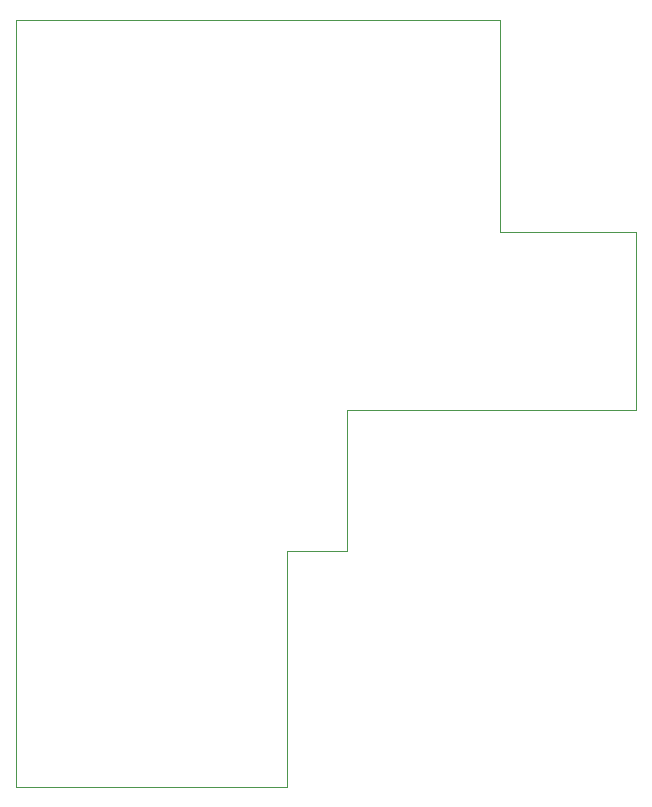
<source format=gm1>
G04 #@! TF.GenerationSoftware,KiCad,Pcbnew,(5.1.12)-1*
G04 #@! TF.CreationDate,2024-11-16T18:41:12+01:00*
G04 #@! TF.ProjectId,C7W1B1V1.0,43375731-4231-4563-912e-302e6b696361,rev?*
G04 #@! TF.SameCoordinates,Original*
G04 #@! TF.FileFunction,Profile,NP*
%FSLAX46Y46*%
G04 Gerber Fmt 4.6, Leading zero omitted, Abs format (unit mm)*
G04 Created by KiCad (PCBNEW (5.1.12)-1) date 2024-11-16 18:41:12*
%MOMM*%
%LPD*%
G01*
G04 APERTURE LIST*
G04 #@! TA.AperFunction,Profile*
%ADD10C,0.050000*%
G04 #@! TD*
G04 APERTURE END LIST*
D10*
X-86000000Y-90000000D02*
X-86000000Y-94000000D01*
X-45000000Y-90000000D02*
X-86000000Y-90000000D01*
X-45000000Y-108000000D02*
X-45000000Y-90000000D01*
X-33500000Y-108000000D02*
X-45000000Y-108000000D01*
X-33500000Y-123000000D02*
X-33500000Y-108000000D01*
X-58000000Y-123000000D02*
X-33500000Y-123000000D01*
X-58000000Y-135000000D02*
X-58000000Y-123000000D01*
X-63000000Y-135000000D02*
X-58000000Y-135000000D01*
X-63000000Y-155000000D02*
X-63000000Y-135000000D01*
X-86000000Y-155000000D02*
X-63000000Y-155000000D01*
X-86000000Y-94000000D02*
X-86000000Y-155000000D01*
M02*

</source>
